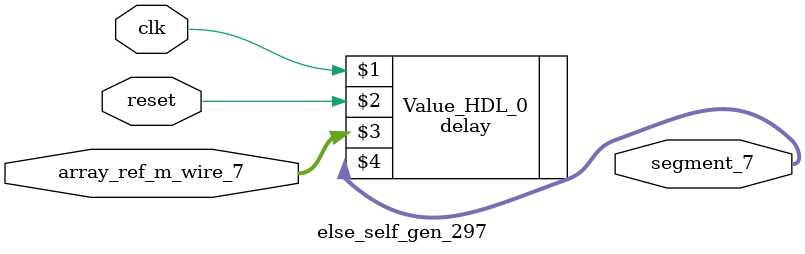
<source format=v>
module else_self_gen_297( input clk, input reset, input [31:0]array_ref_m_wire_7, output [31:0]segment_7); 
	wire [31:0]segment_7;
	//Proceed with segment_7 = array_ref_m_wire_7
	delay Value_HDL_0 ( clk, reset, array_ref_m_wire_7, segment_7);
endmodule
</source>
